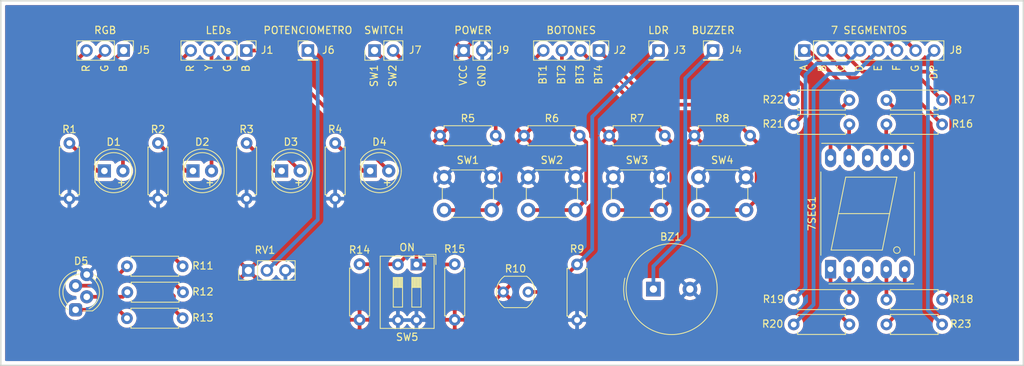
<source format=kicad_pcb>
(kicad_pcb (version 20211014) (generator pcbnew)
  (layers (0 "F.Cu" signal) (31 "B.Cu" signal) (34 "B.Paste" user) (35 "F.Paste" user) (36 "B.SilkS" user "B.Silkscreen") (37 "F.SilkS" user "F.Silkscreen") (38 "B.Mask" user) (39 "F.Mask" user) (44 "Edge.Cuts" user))
  (net 0 "")
  (net 1 "LED_R")
  (net 2 "Net-(D1-Pad1)")
  (net 3 "Net-(D2-Pad1)")
  (net 4 "LED_A")
  (net 5 "LED_V")
  (net 6 "Net-(D3-Pad1)")
  (net 7 "Net-(D4-Pad1)")
  (net 8 "LED_Y")
  (net 9 "GND")
  (net 10 "SW1")
  (net 11 "VCC")
  (net 12 "SW2")
  (net 13 "SW3")
  (net 14 "SW4")
  (net 15 "Net-(J3-Pad1)")
  (net 16 "Net-(J5-Pad1)")
  (net 17 "Net-(D5-Pad3)")
  (net 18 "Net-(J5-Pad2)")
  (net 19 "Net-(D5-Pad2)")
  (net 20 "Net-(D5-Pad1)")
  (net 21 "Net-(J5-Pad3)")
  (net 22 "SW_DIP_1")
  (net 23 "SW_DIP_2")
  (net 24 "Net-(BZ1-Pad1)")
  (net 25 "Net-(J6-Pad1)")
  (net 26 "Net-(J8-Pad1)")
  (net 27 "Net-(J8-Pad2)")
  (net 28 "Net-(J8-Pad3)")
  (net 29 "Net-(J8-Pad4)")
  (net 30 "Net-(J8-Pad5)")
  (net 31 "Net-(J8-Pad6)")
  (net 32 "Net-(J8-Pad7)")
  (net 33 "DP")
  (net 34 "Net-(7SEG1-Pad10)")
  (net 35 "Net-(7SEG1-Pad9)")
  (net 36 "Net-(7SEG1-Pad7)")
  (net 37 "Net-(7SEG1-Pad6)")
  (net 38 "Net-(7SEG1-Pad5)")
  (net 39 "Net-(7SEG1-Pad4)")
  (net 40 "Net-(7SEG1-Pad2)")
  (net 41 "Net-(7SEG1-Pad1)")
  (footprint "Display_7Segment:7SegmentLED_LTS6760_LTS6780" (layer "F.Cu") (at 185.2 116.425 90)
    (fp_text reference "7SEG1" (at 7.619999 -2.55 270) (layer "F.SilkS"))
    (fp_text value "LTS-6980HR")
    (pad "1" thru_hole rect (at 0 0) (size 1.524 2.524) (drill 0.8) (layers *.Cu *.Mask) (net 41 "Net-(7SEG1-Pad1)"))
    (pad "2" thru_hole oval (at 0 2.54) (size 1.524 2.524) (drill 0.8) (layers *.Cu *.Mask) (net 40 "Net-(7SEG1-Pad2)"))
    (pad "3" thru_hole oval (at 0 5.08) (size 1.524 2.524) (drill 0.8) (layers *.Cu *.Mask))
    (pad "4" thru_hole oval (at 0 7.62) (size 1.524 2.524) (drill 0.8) (layers *.Cu *.Mask) (net 39 "Net-(7SEG1-Pad4)"))
    (pad "5" thru_hole oval (at 0 10.16) (size 1.524 2.524) (drill 0.8) (layers *.Cu *.Mask) (net 38 "Net-(7SEG1-Pad5)"))
    (pad "6" thru_hole oval (at 15.24 10.16) (size 1.524 2.524) (drill 0.8) (layers *.Cu *.Mask) (net 37 "Net-(7SEG1-Pad6)"))
    (pad "7" thru_hole oval (at 15.24 7.62) (size 1.524 2.524) (drill 0.8) (layers *.Cu *.Mask) (net 36 "Net-(7SEG1-Pad7)"))
    (pad "8" thru_hole oval (at 15.24 5.08) (size 1.524 2.524) (drill 0.8) (layers *.Cu *.Mask))
    (pad "9" thru_hole oval (at 15.24 2.54) (size 1.524 2.524) (drill 0.8) (layers *.Cu *.Mask) (net 35 "Net-(7SEG1-Pad9)"))
    (pad "10" thru_hole oval (at 15.24 0) (size 1.524 2.524) (drill 0.8) (layers *.Cu *.Mask) (net 34 "Net-(7SEG1-Pad10)"))
  )
  (footprint "LED_THT:LED_D5.0mm" (layer "F.Cu") (at 85.789285 102.95)
    (fp_text reference "D1" (at 1.275 -3.96) (layer "F.SilkS"))
    (fp_text value "LED")
    (pad "1" thru_hole rect (at 0 0) (size 1.8 1.8) (drill 0.9) (layers *.Cu *.Mask) (net 2 "Net-(D1-Pad1)"))
    (pad "2" thru_hole circle (at 2.54 0) (size 1.8 1.8) (drill 0.9) (layers *.Cu *.Mask) (net 1 "LED_R"))
  )
  (footprint "LED_THT:LED_D5.0mm" (layer "F.Cu") (at 97.917855 102.95)
    (fp_text reference "D2" (at 1.27 -3.96) (layer "F.SilkS"))
    (fp_text value "LED")
    (pad "1" thru_hole rect (at 0 0) (size 1.8 1.8) (drill 0.9) (layers *.Cu *.Mask) (net 3 "Net-(D2-Pad1)"))
    (pad "2" thru_hole circle (at 2.54 0) (size 1.8 1.8) (drill 0.9) (layers *.Cu *.Mask) (net 4 "LED_A"))
  )
  (footprint "LED_THT:LED_D5.0mm" (layer "F.Cu") (at 110.046425 102.95)
    (fp_text reference "D3" (at 1.27 -3.96) (layer "F.SilkS"))
    (fp_text value "LED")
    (pad "1" thru_hole rect (at 0 0) (size 1.8 1.8) (drill 0.9) (layers *.Cu *.Mask) (net 6 "Net-(D3-Pad1)"))
    (pad "2" thru_hole circle (at 2.54 0) (size 1.8 1.8) (drill 0.9) (layers *.Cu *.Mask) (net 5 "LED_V"))
  )
  (footprint "LED_THT:LED_D5.0mm" (layer "F.Cu") (at 122.175 102.95)
    (fp_text reference "D4" (at 1.27 -3.96) (layer "F.SilkS"))
    (fp_text value "LED")
    (pad "1" thru_hole rect (at 0 0) (size 1.8 1.8) (drill 0.9) (layers *.Cu *.Mask) (net 7 "Net-(D4-Pad1)"))
    (pad "2" thru_hole circle (at 2.54 0) (size 1.8 1.8) (drill 0.9) (layers *.Cu *.Mask) (net 8 "LED_Y"))
  )
  (footprint "Resistor_THT:R_Axial_DIN0207_L6.3mm_D2.5mm_P7.62mm_Horizontal" (layer "F.Cu") (at 81 99.14 -90)
    (fp_text reference "R1" (at -1.89 0 180) (layer "F.SilkS"))
    (fp_text value "R")
    (pad "1" thru_hole circle (at 0 0 270) (size 1.6 1.6) (drill 0.8) (layers *.Cu *.Mask) (net 2 "Net-(D1-Pad1)"))
    (pad "2" thru_hole oval (at 7.62 0 270) (size 1.6 1.6) (drill 0.8) (layers *.Cu *.Mask) (net 9 "GND"))
  )
  (footprint "Resistor_THT:R_Axial_DIN0207_L6.3mm_D2.5mm_P7.62mm_Horizontal" (layer "F.Cu") (at 93.12857 99.14 -90)
    (fp_text reference "R2" (at -1.89 0 180) (layer "F.SilkS"))
    (fp_text value "R")
    (pad "1" thru_hole circle (at 0 0 270) (size 1.6 1.6) (drill 0.8) (layers *.Cu *.Mask) (net 3 "Net-(D2-Pad1)"))
    (pad "2" thru_hole oval (at 7.62 0 270) (size 1.6 1.6) (drill 0.8) (layers *.Cu *.Mask) (net 9 "GND"))
  )
  (footprint "Resistor_THT:R_Axial_DIN0207_L6.3mm_D2.5mm_P7.62mm_Horizontal" (layer "F.Cu") (at 105.25714 99.14 -90)
    (fp_text reference "R3" (at -1.89 0 180) (layer "F.SilkS"))
    (fp_text value "R")
    (pad "1" thru_hole circle (at 0 0 270) (size 1.6 1.6) (drill 0.8) (layers *.Cu *.Mask) (net 6 "Net-(D3-Pad1)"))
    (pad "2" thru_hole oval (at 7.62 0 270) (size 1.6 1.6) (drill 0.8) (layers *.Cu *.Mask) (net 9 "GND"))
  )
  (footprint "Resistor_THT:R_Axial_DIN0207_L6.3mm_D2.5mm_P7.62mm_Horizontal" (layer "F.Cu") (at 117.38571 99.14 -90)
    (fp_text reference "R4" (at -1.89 0 180) (layer "F.SilkS"))
    (fp_text value "R")
    (pad "1" thru_hole circle (at 0 0 270) (size 1.6 1.6) (drill 0.8) (layers *.Cu *.Mask) (net 7 "Net-(D4-Pad1)"))
    (pad "2" thru_hole oval (at 7.62 0 270) (size 1.6 1.6) (drill 0.8) (layers *.Cu *.Mask) (net 9 "GND"))
  )
  (footprint "Resistor_THT:R_Axial_DIN0207_L6.3mm_D2.5mm_P7.62mm_Horizontal" (layer "F.Cu") (at 131.74 98.125)
    (fp_text reference "R5" (at 3.81 -2.37) (layer "F.SilkS"))
    (fp_text value "R")
    (pad "1" thru_hole circle (at 0 0) (size 1.6 1.6) (drill 0.8) (layers *.Cu *.Mask) (net 11 "VCC"))
    (pad "2" thru_hole oval (at 7.62 0) (size 1.6 1.6) (drill 0.8) (layers *.Cu *.Mask) (net 10 "SW1"))
  )
  (footprint "Resistor_THT:R_Axial_DIN0207_L6.3mm_D2.5mm_P7.62mm_Horizontal" (layer "F.Cu") (at 143.24 98.125)
    (fp_text reference "R6" (at 3.81 -2.37) (layer "F.SilkS"))
    (fp_text value "R")
    (pad "1" thru_hole circle (at 0 0) (size 1.6 1.6) (drill 0.8) (layers *.Cu *.Mask) (net 11 "VCC"))
    (pad "2" thru_hole oval (at 7.62 0) (size 1.6 1.6) (drill 0.8) (layers *.Cu *.Mask) (net 12 "SW2"))
  )
  (footprint "Resistor_THT:R_Axial_DIN0207_L6.3mm_D2.5mm_P7.62mm_Horizontal" (layer "F.Cu") (at 154.89 98.125)
    (fp_text reference "R7" (at 3.81 -2.37) (layer "F.SilkS"))
    (fp_text value "R")
    (pad "1" thru_hole circle (at 0 0) (size 1.6 1.6) (drill 0.8) (layers *.Cu *.Mask) (net 11 "VCC"))
    (pad "2" thru_hole oval (at 7.62 0) (size 1.6 1.6) (drill 0.8) (layers *.Cu *.Mask) (net 13 "SW3"))
  )
  (footprint "Resistor_THT:R_Axial_DIN0207_L6.3mm_D2.5mm_P7.62mm_Horizontal" (layer "F.Cu") (at 166.565 98.125)
    (fp_text reference "R8" (at 3.81 -2.37) (layer "F.SilkS"))
    (fp_text value "R")
    (pad "1" thru_hole circle (at 0 0) (size 1.6 1.6) (drill 0.8) (layers *.Cu *.Mask) (net 11 "VCC"))
    (pad "2" thru_hole oval (at 7.62 0) (size 1.6 1.6) (drill 0.8) (layers *.Cu *.Mask) (net 14 "SW4"))
  )
  (footprint "Resistor_THT:R_Axial_DIN0207_L6.3mm_D2.5mm_P7.62mm_Horizontal" (layer "F.Cu") (at 150.5 115.7725 -90)
    (fp_text reference "R9" (at -2.1225 0 180) (layer "F.SilkS"))
    (fp_text value "R")
    (pad "1" thru_hole circle (at 0 0 270) (size 1.6 1.6) (drill 0.8) (layers *.Cu *.Mask) (net 15 "Net-(J3-Pad1)"))
    (pad "2" thru_hole oval (at 7.62 0 270) (size 1.6 1.6) (drill 0.8) (layers *.Cu *.Mask) (net 9 "GND"))
  )
  (footprint "Resistor_THT:R_Axial_DIN0207_L6.3mm_D2.5mm_P7.62mm_Horizontal" (layer "F.Cu") (at 96.5 116.025 180)
    (fp_text reference "R11" (at -2.775 0.0675) (layer "F.SilkS"))
    (fp_text value "330")
    (pad "1" thru_hole circle (at 0 0 180) (size 1.6 1.6) (drill 0.8) (layers *.Cu *.Mask) (net 16 "Net-(J5-Pad1)"))
    (pad "2" thru_hole oval (at 7.62 0 180) (size 1.6 1.6) (drill 0.8) (layers *.Cu *.Mask) (net 17 "Net-(D5-Pad3)"))
  )
  (footprint "Resistor_THT:R_Axial_DIN0207_L6.3mm_D2.5mm_P7.62mm_Horizontal" (layer "F.Cu") (at 96.55 119.5825 180)
    (fp_text reference "R12" (at -2.725 0.0675) (layer "F.SilkS"))
    (fp_text value "330")
    (pad "1" thru_hole circle (at 0 0 180) (size 1.6 1.6) (drill 0.8) (layers *.Cu *.Mask) (net 18 "Net-(J5-Pad2)"))
    (pad "2" thru_hole oval (at 7.62 0 180) (size 1.6 1.6) (drill 0.8) (layers *.Cu *.Mask) (net 19 "Net-(D5-Pad2)"))
  )
  (footprint "Resistor_THT:R_Axial_DIN0207_L6.3mm_D2.5mm_P7.62mm_Horizontal" (layer "F.Cu") (at 96.5 123.15 180)
    (fp_text reference "R13" (at -2.775 0.0675) (layer "F.SilkS"))
    (fp_text value "330")
    (pad "1" thru_hole circle (at 0 0 180) (size 1.6 1.6) (drill 0.8) (layers *.Cu *.Mask) (net 21 "Net-(J5-Pad3)"))
    (pad "2" thru_hole oval (at 7.62 0 180) (size 1.6 1.6) (drill 0.8) (layers *.Cu *.Mask) (net 20 "Net-(D5-Pad1)"))
  )
  (footprint "Resistor_THT:R_Axial_DIN0207_L6.3mm_D2.5mm_P7.62mm_Horizontal" (layer "F.Cu") (at 120.725 115.74 -90)
    (fp_text reference "R14" (at -1.965 0 180) (layer "F.SilkS"))
    (fp_text value "R")
    (pad "1" thru_hole circle (at 0 0 270) (size 1.6 1.6) (drill 0.8) (layers *.Cu *.Mask) (net 22 "SW_DIP_1"))
    (pad "2" thru_hole oval (at 7.62 0 270) (size 1.6 1.6) (drill 0.8) (layers *.Cu *.Mask) (net 11 "VCC"))
  )
  (footprint "Resistor_THT:R_Axial_DIN0207_L6.3mm_D2.5mm_P7.62mm_Horizontal" (layer "F.Cu") (at 133.75 115.74 -90)
    (fp_text reference "R15" (at -2.09 0 180) (layer "F.SilkS"))
    (fp_text value "R")
    (pad "1" thru_hole circle (at 0 0 270) (size 1.6 1.6) (drill 0.8) (layers *.Cu *.Mask) (net 23 "SW_DIP_2"))
    (pad "2" thru_hole oval (at 7.62 0 270) (size 1.6 1.6) (drill 0.8) (layers *.Cu *.Mask) (net 11 "VCC"))
  )
  (footprint "Button_Switch_THT:SW_DIP_SPSTx02_Slide_9.78x7.26mm_W7.62mm_P2.54mm" (layer "F.Cu") (at 128.5125 115.7825 -90)
    (fp_text reference "SW5" (at 9.95 1.275 180) (layer "F.SilkS"))
    (fp_text value "SW_DIP")
    (pad "1" thru_hole rect (at 0 0 270) (size 1.6 1.6) (drill 0.8) (layers *.Cu *.Mask) (net 23 "SW_DIP_2"))
    (pad "2" thru_hole oval (at 0 2.54 270) (size 1.6 1.6) (drill 0.8) (layers *.Cu *.Mask) (net 22 "SW_DIP_1"))
    (pad "3" thru_hole oval (at 7.62 2.54 270) (size 1.6 1.6) (drill 0.8) (layers *.Cu *.Mask) (net 9 "GND"))
    (pad "4" thru_hole oval (at 7.62 0 270) (size 1.6 1.6) (drill 0.8) (layers *.Cu *.Mask) (net 9 "GND"))
  )
  (footprint "OptoDevice:R_LDR_5.1x4.3mm_P3.4mm_Vertical" (layer "F.Cu") (at 140.4 119.55)
    (fp_text reference "R10" (at 1.675 -3.1825) (layer "F.SilkS"))
    (fp_text value "LDR03")
    (pad "1" thru_hole circle (at 0 0) (size 1.5 1.5) (drill 0.8) (layers *.Cu *.Mask) (net 11 "VCC"))
    (pad "2" thru_hole circle (at 3.4 0) (size 1.5 1.5) (drill 0.8) (layers *.Cu *.Mask) (net 15 "Net-(J3-Pad1)"))
  )
  (footprint "Connector_PinHeader_2.54mm:PinHeader_1x04_P2.54mm_Vertical" (layer "F.Cu") (at 105.225 86.45 -90)
    (fp_text reference "J1" (at -0.0675 -2.85 180) (layer "F.SilkS"))
    (fp_text value "LEDs")
    (pad "1" thru_hole rect (at 0 0 270) (size 1.7 1.7) (drill 1) (layers *.Cu *.Mask) (net 8 "LED_Y"))
    (pad "2" thru_hole oval (at 0 2.54 270) (size 1.7 1.7) (drill 1) (layers *.Cu *.Mask) (net 5 "LED_V"))
    (pad "3" thru_hole oval (at 0 5.08 270) (size 1.7 1.7) (drill 1) (layers *.Cu *.Mask) (net 4 "LED_A"))
    (pad "4" thru_hole oval (at 0 7.62 270) (size 1.7 1.7) (drill 1) (layers *.Cu *.Mask) (net 1 "LED_R"))
  )
  (footprint "Button_Switch_THT:SW_PUSH_6mm" (layer "F.Cu") (at 132.3 103.825)
    (fp_text reference "SW1" (at 3.25 -2.35) (layer "F.SilkS"))
    (fp_text value "SW_Push")
    (pad "1" thru_hole circle (at 6.5 0 90) (size 2 2) (drill 1.1) (layers *.Cu *.Mask) (net 9 "GND"))
    (pad "1" thru_hole circle (at 0 0 90) (size 2 2) (drill 1.1) (layers *.Cu *.Mask) (net 9 "GND"))
    (pad "2" thru_hole circle (at 6.5 4.5 90) (size 2 2) (drill 1.1) (layers *.Cu *.Mask) (net 10 "SW1"))
    (pad "2" thru_hole circle (at 0 4.5 90) (size 2 2) (drill 1.1) (layers *.Cu *.Mask) (net 10 "SW1"))
  )
  (footprint "Button_Switch_THT:SW_PUSH_6mm" (layer "F.Cu") (at 143.8 103.825)
    (fp_text reference "SW2" (at 3.25 -2.35) (layer "F.SilkS"))
    (fp_text value "SW_Push")
    (pad "1" thru_hole circle (at 0 0 90) (size 2 2) (drill 1.1) (layers *.Cu *.Mask) (net 9 "GND"))
    (pad "1" thru_hole circle (at 6.5 0 90) (size 2 2) (drill 1.1) (layers *.Cu *.Mask) (net 9 "GND"))
    (pad "2" thru_hole circle (at 0 4.5 90) (size 2 2) (drill 1.1) (layers *.Cu *.Mask) (net 12 "SW2"))
    (pad "2" thru_hole circle (at 6.5 4.5 90) (size 2 2) (drill 1.1) (layers *.Cu *.Mask) (net 12 "SW2"))
  )
  (footprint "Button_Switch_THT:SW_PUSH_6mm" (layer "F.Cu") (at 155.45 103.825)
    (fp_text reference "SW3" (at 3.25 -2.35) (layer "F.SilkS"))
    (fp_text value "SW_Push")
    (pad "1" thru_hole circle (at 0 0 90) (size 2 2) (drill 1.1) (layers *.Cu *.Mask) (net 9 "GND"))
    (pad "1" thru_hole circle (at 6.5 0 90) (size 2 2) (drill 1.1) (layers *.Cu *.Mask) (net 9 "GND"))
    (pad "2" thru_hole circle (at 0 4.5 90) (size 2 2) (drill 1.1) (layers *.Cu *.Mask) (net 13 "SW3"))
    (pad "2" thru_hole circle (at 6.5 4.5 90) (size 2 2) (drill 1.1) (layers *.Cu *.Mask) (net 13 "SW3"))
  )
  (footprint "Button_Switch_THT:SW_PUSH_6mm" (layer "F.Cu") (at 167.125 103.825)
    (fp_text reference "SW4" (at 3.25 -2.35) (layer "F.SilkS"))
    (fp_text value "SW_Push")
    (pad "1" thru_hole circle (at 0 0 90) (size 2 2) (drill 1.1) (layers *.Cu *.Mask) (net 9 "GND"))
    (pad "1" thru_hole circle (at 6.5 0 90) (size 2 2) (drill 1.1) (layers *.Cu *.Mask) (net 9 "GND"))
    (pad "2" thru_hole circle (at 6.5 4.5 90) (size 2 2) (drill 1.1) (layers *.Cu *.Mask) (net 14 "SW4"))
    (pad "2" thru_hole circle (at 0 4.5 90) (size 2 2) (drill 1.1) (layers *.Cu *.Mask) (net 14 "SW4"))
  )
  (footprint "Connector_PinHeader_2.54mm:PinHeader_1x04_P2.54mm_Vertical" (layer "F.Cu") (at 153.5 86.45 -90)
    (fp_text reference "J2" (at -0.0675 -2.85 180) (layer "F.SilkS"))
    (fp_text value "SWs")
    (pad "1" thru_hole rect (at 0 0 270) (size 1.7 1.7) (drill 1) (layers *.Cu *.Mask) (net 14 "SW4"))
    (pad "2" thru_hole oval (at 0 2.54 270) (size 1.7 1.7) (drill 1) (layers *.Cu *.Mask) (net 13 "SW3"))
    (pad "3" thru_hole oval (at 0 5.08 270) (size 1.7 1.7) (drill 1) (layers *.Cu *.Mask) (net 12 "SW2"))
    (pad "4" thru_hole oval (at 0 7.62 270) (size 1.7 1.7) (drill 1) (layers *.Cu *.Mask) (net 10 "SW1"))
  )
  (footprint "Connector_PinHeader_2.54mm:PinHeader_1x01_P2.54mm_Vertical" (layer "F.Cu") (at 161.65 86.45)
    (fp_text reference "J3" (at 2.9 -0.075) (layer "F.SilkS"))
    (fp_text value "LDR")
    (pad "1" thru_hole rect (at 0 0) (size 1.7 1.7) (drill 1) (layers *.Cu *.Mask) (net 15 "Net-(J3-Pad1)"))
  )
  (footprint "Connector_PinHeader_2.54mm:PinHeader_1x01_P2.54mm_Vertical" (layer "F.Cu") (at 169.125 86.45)
    (fp_text reference "J4" (at 3.1 -0.0675) (layer "F.SilkS"))
    (fp_text value "BUZZER")
    (pad "1" thru_hole rect (at 0 0) (size 1.7 1.7) (drill 1) (layers *.Cu *.Mask) (net 24 "Net-(BZ1-Pad1)"))
  )
  (footprint "Connector_PinHeader_2.54mm:PinHeader_1x03_P2.54mm_Vertical" (layer "F.Cu") (at 88.425 86.45 -90)
    (fp_text reference "J5" (at -0.0675 -2.725 180) (layer "F.SilkS"))
    (fp_text value "LED_RGB")
    (pad "1" thru_hole rect (at 0 0 270) (size 1.7 1.7) (drill 1) (layers *.Cu *.Mask) (net 16 "Net-(J5-Pad1)"))
    (pad "2" thru_hole oval (at 0 2.54 270) (size 1.7 1.7) (drill 1) (layers *.Cu *.Mask) (net 18 "Net-(J5-Pad2)"))
    (pad "3" thru_hole oval (at 0 5.08 270) (size 1.7 1.7) (drill 1) (layers *.Cu *.Mask) (net 21 "Net-(J5-Pad3)"))
  )
  (footprint "Connector_PinHeader_2.54mm:PinHeader_1x01_P2.54mm_Vertical" (layer "F.Cu") (at 113.65 86.45)
    (fp_text reference "J6" (at 2.8 -0.0675) (layer "F.SilkS"))
    (fp_text value "R_POT")
    (pad "1" thru_hole rect (at 0 0) (size 1.7 1.7) (drill 1) (layers *.Cu *.Mask) (net 25 "Net-(J6-Pad1)"))
  )
  (footprint "Connector_PinHeader_2.54mm:PinHeader_1x03_P2.54mm_Vertical" (layer "F.Cu") (at 105.4975 116.6 90)
    (fp_text reference "RV1" (at 2.8 2.275 180) (layer "F.SilkS"))
    (fp_text value "R_POT")
    (pad "1" thru_hole rect (at 0 0 90) (size 1.7 1.7) (drill 1) (layers *.Cu *.Mask) (net 11 "VCC"))
    (pad "2" thru_hole oval (at 0 2.54 90) (size 1.7 1.7) (drill 1) (layers *.Cu *.Mask) (net 25 "Net-(J6-Pad1)"))
    (pad "3" thru_hole oval (at 0 5.08 90) (size 1.7 1.7) (drill 1) (layers *.Cu *.Mask) (net 9 "GND"))
  )
  (footprint "Resistor_THT:R_Axial_DIN0207_L6.3mm_D2.5mm_P7.62mm_Horizontal" (layer "F.Cu") (at 192.85 96.575)
    (fp_text reference "R16" (at 10.4 -0.0675) (layer "F.SilkS"))
    (fp_text value "330")
    (pad "1" thru_hole circle (at 0 0) (size 1.6 1.6) (drill 0.8) (layers *.Cu *.Mask) (net 36 "Net-(7SEG1-Pad7)"))
    (pad "2" thru_hole oval (at 7.62 0) (size 1.6 1.6) (drill 0.8) (layers *.Cu *.Mask) (net 26 "Net-(J8-Pad1)"))
  )
  (footprint "Resistor_THT:R_Axial_DIN0207_L6.3mm_D2.5mm_P7.62mm_Horizontal" (layer "F.Cu") (at 192.85 93.25)
    (fp_text reference "R17" (at 10.675 -0.0675) (layer "F.SilkS"))
    (fp_text value "330")
    (pad "1" thru_hole circle (at 0 0) (size 1.6 1.6) (drill 0.8) (layers *.Cu *.Mask) (net 37 "Net-(7SEG1-Pad6)"))
    (pad "2" thru_hole oval (at 7.62 0) (size 1.6 1.6) (drill 0.8) (layers *.Cu *.Mask) (net 27 "Net-(J8-Pad2)"))
  )
  (footprint "Resistor_THT:R_Axial_DIN0207_L6.3mm_D2.5mm_P7.62mm_Horizontal" (layer "F.Cu") (at 192.85 120.6)
    (fp_text reference "R18" (at 10.45 -0.0675) (layer "F.SilkS"))
    (fp_text value "330")
    (pad "1" thru_hole circle (at 0 0) (size 1.6 1.6) (drill 0.8) (layers *.Cu *.Mask) (net 39 "Net-(7SEG1-Pad4)"))
    (pad "2" thru_hole oval (at 7.62 0) (size 1.6 1.6) (drill 0.8) (layers *.Cu *.Mask) (net 28 "Net-(J8-Pad3)"))
  )
  (footprint "Resistor_THT:R_Axial_DIN0207_L6.3mm_D2.5mm_P7.62mm_Horizontal" (layer "F.Cu") (at 187.775 120.6 180)
    (fp_text reference "R19" (at 10.4 0.0675) (layer "F.SilkS"))
    (fp_text value "330")
    (pad "1" thru_hole circle (at 0 0 180) (size 1.6 1.6) (drill 0.8) (layers *.Cu *.Mask) (net 40 "Net-(7SEG1-Pad2)"))
    (pad "2" thru_hole oval (at 7.62 0 180) (size 1.6 1.6) (drill 0.8) (layers *.Cu *.Mask) (net 29 "Net-(J8-Pad4)"))
  )
  (footprint "Resistor_THT:R_Axial_DIN0207_L6.3mm_D2.5mm_P7.62mm_Horizontal" (layer "F.Cu") (at 187.775 124 180)
    (fp_text reference "R20" (at 10.5 0.0675) (layer "F.SilkS"))
    (fp_text value "330")
    (pad "1" thru_hole circle (at 0 0 180) (size 1.6 1.6) (drill 0.8) (layers *.Cu *.Mask) (net 41 "Net-(7SEG1-Pad1)"))
    (pad "2" thru_hole oval (at 7.62 0 180) (size 1.6 1.6) (drill 0.8) (layers *.Cu *.Mask) (net 30 "Net-(J8-Pad5)"))
  )
  (footprint "Resistor_THT:R_Axial_DIN0207_L6.3mm_D2.5mm_P7.62mm_Horizontal" (layer "F.Cu") (at 187.775 96.575 180)
    (fp_text reference "R21" (at 10.425 0.0675) (layer "F.SilkS"))
    (fp_text value "330")
    (pad "1" thru_hole circle (at 0 0 180) (size 1.6 1.6) (drill 0.8) (layers *.Cu *.Mask) (net 35 "Net-(7SEG1-Pad9)"))
    (pad "2" thru_hole oval (at 7.62 0 180) (size 1.6 1.6) (drill 0.8) (layers *.Cu *.Mask) (net 31 "Net-(J8-Pad6)"))
  )
  (footprint "Resistor_THT:R_Axial_DIN0207_L6.3mm_D2.5mm_P7.62mm_Horizontal" (layer "F.Cu") (at 187.775 93.25 180)
    (fp_text reference "R22" (at 10.425 0.0675) (layer "F.SilkS"))
    (fp_text value "330")
    (pad "1" thru_hole circle (at 0 0 180) (size 1.6 1.6) (drill 0.8) (layers *.Cu *.Mask) (net 34 "Net-(7SEG1-Pad10)"))
    (pad "2" thru_hole oval (at 7.62 0 180) (size 1.6 1.6) (drill 0.8) (layers *.Cu *.Mask) (net 32 "Net-(J8-Pad7)"))
  )
  (footprint "Resistor_THT:R_Axial_DIN0207_L6.3mm_D2.5mm_P7.62mm_Horizontal" (layer "F.Cu") (at 192.85 124)
    (fp_text reference "R23" (at 10.175 -0.0675) (layer "F.SilkS"))
    (fp_text value "330")
    (pad "1" thru_hole circle (at 0 0) (size 1.6 1.6) (drill 0.8) (layers *.Cu *.Mask) (net 38 "Net-(7SEG1-Pad5)"))
    (pad "2" thru_hole oval (at 7.62 0) (size 1.6 1.6) (drill 0.8) (layers *.Cu *.Mask) (net 33 "DP"))
  )
  (footprint "Connector_PinHeader_2.54mm:PinHeader_1x02_P2.54mm_Vertical" (layer "F.Cu") (at 134.975 86.45 90)
    (fp_text reference "J9" (at 0.0675 5.375 180) (layer "F.SilkS"))
    (fp_text value "POWER")
    (pad "1" thru_hole rect (at 0 0 90) (size 1.7 1.7) (drill 1) (layers *.Cu *.Mask) (net 11 "VCC"))
    (pad "2" thru_hole oval (at 0 2.54 90) (size 1.7 1.7) (drill 1) (layers *.Cu *.Mask) (net 9 "GND"))
  )
  (footprint "LED_THT:LED_D5.0mm-4_RGB_Staggered_Pins" (layer "F.Cu") (at 81.85 121.9925 90)
    (fp_text reference "D5" (at 6.675 0.76 180) (layer "F.SilkS"))
    (fp_text value "LED_RGBC")
    (pad "1" thru_hole roundrect (at 0 0 90) (size 1.8 1.8) (drill 0.9) (layers *.Cu *.Mask) (net 20 "Net-(D5-Pad1)"))
    (pad "2" thru_hole circle (at 1.778 1.524 90) (size 1.8 1.8) (drill 0.9) (layers *.Cu *.Mask) (net 19 "Net-(D5-Pad2)"))
    (pad "3" thru_hole circle (at 3.302 0 90) (size 1.8 1.8) (drill 0.9) (layers *.Cu *.Mask) (net 17 "Net-(D5-Pad3)"))
    (pad "4" thru_hole circle (at 4.826 1.524 90) (size 1.8 1.8) (drill 0.9) (layers *.Cu *.Mask) (net 9 "GND"))
  )
  (footprint "Buzzer_Beeper:Buzzer_TDK_PS1240P02BT_D12.2mm_H6.5mm" (layer "F.Cu") (at 160.95 119.1575)
    (fp_text reference "BZ1" (at 2.370784 -7.17) (layer "F.SilkS"))
    (fp_text value "BUZZER")
    (pad "1" thru_hole rect (at 0 0) (size 2 2) (drill 1) (layers *.Cu *.Mask) (net 24 "Net-(BZ1-Pad1)"))
    (pad "2" thru_hole circle (at 5 0) (size 2 2) (drill 1) (layers *.Cu *.Mask) (net 9 "GND"))
  )
  (footprint "Connector_PinHeader_2.54mm:PinHeader_1x08_P2.54mm_Vertical" (layer "F.Cu") (at 181.6 86.45 90)
    (fp_text reference "J8" (at 0.0675 20.75 180) (layer "F.SilkS"))
    (fp_text value "7 SEG")
    (pad "1" thru_hole rect (at 0 0 90) (size 1.7 1.7) (drill 1) (layers *.Cu *.Mask) (net 26 "Net-(J8-Pad1)"))
    (pad "2" thru_hole oval (at 0 2.54 90) (size 1.7 1.7) (drill 1) (layers *.Cu *.Mask) (net 27 "Net-(J8-Pad2)"))
    (pad "3" thru_hole oval (at 0 5.08 90) (size 1.7 1.7) (drill 1) (layers *.Cu *.Mask) (net 28 "Net-(J8-Pad3)"))
    (pad "4" thru_hole oval (at 0 7.62 90) (size 1.7 1.7) (drill 1) (layers *.Cu *.Mask) (net 29 "Net-(J8-Pad4)"))
    (pad "5" thru_hole oval (at 0 10.16 90) (size 1.7 1.7) (drill 1) (layers *.Cu *.Mask) (net 30 "Net-(J8-Pad5)"))
    (pad "6" thru_hole oval (at 0 12.7 90) (size 1.7 1.7) (drill 1) (layers *.Cu *.Mask) (net 31 "Net-(J8-Pad6)"))
    (pad "7" thru_hole oval (at 0 15.24 90) (size 1.7 1.7) (drill 1) (layers *.Cu *.Mask) (net 32 "Net-(J8-Pad7)"))
    (pad "8" thru_hole oval (at 0 17.78 90) (size 1.7 1.7) (drill 1) (layers *.Cu *.Mask) (net 33 "DP"))
  )
  (footprint "Connector_PinHeader_2.54mm:PinHeader_1x02_P2.54mm_Vertical" (layer "F.Cu") (at 122.775 86.45 90)
    (fp_text reference "J7" (at 0.0675 5.575 180) (layer "F.SilkS"))
    (fp_text value "SW_DIP")
    (pad "1" thru_hole rect (at 0 0 90) (size 1.7 1.7) (drill 1) (layers *.Cu *.Mask) (net 22 "SW_DIP_1"))
    (pad "2" thru_hole oval (at 0 2.54 90) (size 1.7 1.7) (drill 1) (layers *.Cu *.Mask) (net 23 "SW_DIP_2"))
  )
  (gr_line (start 71.6 79.625) (end 71.6 129.625) (layer "Edge.Cuts") (width 0.2))
  (gr_line (start 211.6 129.625) (end 211.6 79.625) (layer "Edge.Cuts") (width 0.2))
  (gr_line (start 211.6 79.625) (end 71.6 79.625) (layer "Edge.Cuts") (width 0.2))
  (gr_line (start 71.6 129.625) (end 211.6 129.625) (layer "Edge.Cuts") (width 0.2))
  (gr_text "RGB" (at 85.9 83.675) (layer "F.SilkS") (effects (font (size 1 1))))
  (gr_text "LDR" (at 161.65 83.675) (layer "F.SilkS") (effects (font (size 1 1))))
  (gr_text "BUZZER" (at 169.125 83.675) (layer "F.SilkS") (effects (font (size 1 1))))
  (gr_text "7 SEGMENTOS" (at 190.475 83.675) (layer "F.SilkS") (effects (font (size 1 1))))
  (gr_text "POWER" (at 136.25 83.675) (layer "F.SilkS") (effects (font (size 1 1))))
  (gr_text "R" (at 83.2775 88.9 90) (layer "F.SilkS") (effects (font (size 1 1))))
  (gr_text "G" (at 85.8175 88.9 90) (layer "F.SilkS") (effects (font (size 1 1))))
  (gr_text "B" (at 88.3575 88.9 90) (layer "F.SilkS") (effects (font (size 1 1))))
  (gr_text "R" (at 97.5375 88.9 90) (layer "F.SilkS") (effects (font (size 1 1))))
  (gr_text "Y" (at 100.0775 88.828572 90) (layer "F.SilkS") (effects (font (size 1 1))))
  (gr_text "G" (at 102.6175 88.9 90) (layer "F.SilkS") (effects (font (size 1 1))))
  (gr_text "B" (at 105.1575 88.9 90) (layer "F.SilkS") (effects (font (size 1 1))))
  (gr_text "SW1" (at 122.7075 89.92381 90) (layer "F.SilkS") (effects (font (size 1 1))))
  (gr_text "SW2" (at 125.2475 89.92381 90) (layer "F.SilkS") (effects (font (size 1 1))))
  (gr_text "VCC" (at 134.9075 89.828572 90) (layer "F.SilkS") (effects (font (size 1 1))))
  (gr_text "GND" (at 137.4475 89.92381 90) (layer "F.SilkS") (effects (font (size 1 1))))
  (gr_text "BT1" (at 145.8125 89.757143 90) (layer "F.SilkS") (effects (font (size 1 1))))
  (gr_text "BT2" (at 148.3525 89.757143 90) (layer "F.SilkS") (effects (font (size 1 1))))
  (gr_text "BT3" (at 150.8925 89.757143 90) (layer "F.SilkS") (effects (font (size 1 1))))
  (gr_text "BT4" (at 153.4325 89.757143 90) (layer "F.SilkS") (effects (font (size 1 1))))
  (gr_text "A" (at 181.5325 88.828572 90) (layer "F.SilkS") (effects (font (size 1 1))))
  (gr_text "B" (at 184.0725 88.9 90) (layer "F.SilkS") (effects (font (size 1 1))))
  (gr_text "C" (at 186.6125 88.9 90) (layer "F.SilkS") (effects (font (size 1 1))))
  (gr_text "D" (at 189.1525 88.9 90) (layer "F.SilkS") (effects (font (size 1 1))))
  (gr_text "E" (at 191.6925 88.852381 90) (layer "F.SilkS") (effects (font (size 1 1))))
  (gr_text "F" (at 194.2325 88.828572 90) (layer "F.SilkS") (effects (font (size 1 1))))
  (gr_text "G" (at 196.7725 88.9 90) (layer "F.SilkS") (effects (font (size 1 1))))
  (gr_text "DP" (at 199.3125 89.4 90) (layer "F.SilkS") (effects (font (size 1 1))))
  (gr_text "ON" (at 127.2375 113.45) (layer "F.SilkS") (effects (font (size 1 1))))
  (gr_text "+" (at 112.375 104.5) (layer "F.SilkS") (effects (font (size 1 1))))
  (gr_text "+" (at 124.5 104.5) (layer "F.SilkS") (effects (font (size 1 1))))
  (gr_text "+" (at 100.225 104.5) (layer "F.SilkS") (effects (font (size 1 1))))
  (gr_text "+" (at 88.125 104.5) (layer "F.SilkS") (effects (font (size 1 1))))
  (gr_text "SWITCH" (at 124.05 83.675) (layer "F.SilkS") (effects (font (size 1 1))))
  (gr_text "LEDs" (at 101.425 83.675) (layer "F.SilkS") (effects (font (size 1 1))))
  (gr_text "POTENCIOMETRO" (at 113.65 83.675) (layer "F.SilkS") (effects (font (size 1 1))))
  (gr_text "BOTONES" (at 149.7 83.675) (layer "F.SilkS") (effects (font (size 1 1))))
  (segment (start 88.329285 95.725715) (end 97.605 86.45) (width 0.508) (layer "F.Cu") (net 1))
  (segment (start 88.329285 102.95) (end 88.329285 95.725715) (width 0.508) (layer "F.Cu") (net 1))
  (segment (start 81 99.14) (end 84.81 102.95) (width 0.508) (layer "F.Cu") (net 2))
  (segment (start 84.81 102.95) (end 85.789285 102.95) (width 0.508) (layer "F.Cu") (net 2))
  (segment (start 96.93857 102.95) (end 97.917855 102.95) (width 0.508) (layer "F.Cu") (net 3))
  (segment (start 93.12857 99.14) (end 96.93857 102.95) (width 0.508) (layer "F.Cu") (net 3))
  (segment (start 100.457855 86.762855) (end 100.145 86.45) (width 0.508) (layer "F.Cu") (net 4))
  (segment (start 100.457855 102.95) (end 100.457855 86.762855) (width 0.508) (layer "F.Cu") (net 4))
  (segment (start 102.685 86.45) (end 102.685 93.048575) (width 0.508) (layer "F.Cu") (net 5))
  (segment (start 102.685 93.048575) (end 112.586425 102.95) (width 0.508) (layer "F.Cu") (net 5))
  (segment (start 109.06714 102.95) (end 110.046425 102.95) (width 0.508) (layer "F.Cu") (net 6))
  (segment (start 105.25714 99.14) (end 109.06714 102.95) (width 0.508) (layer "F.Cu") (net 6))
  (segment (start 117.38571 99.14) (end 121.19571 102.95) (width 0.508) (layer "F.Cu") (net 7))
  (segment (start 121.19571 102.95) (end 122.175 102.95) (width 0.508) (layer "F.Cu") (net 7))
  (segment (start 108.215 86.45) (end 124.715 102.95) (width 0.508) (layer "F.Cu") (net 8))
  (segment (start 105.225 86.45) (end 108.215 86.45) (width 0.508) (layer "F.Cu") (net 8))
  (segment (start 139.36 92.97) (end 145.88 86.45) (width 0.508) (layer "F.Cu") (net 10))
  (segment (start 140.254001 99.019001) (end 140.254001 106.870999) (width 0.508) (layer "F.Cu") (net 10))
  (segment (start 139.36 98.125) (end 139.36 92.97) (width 0.508) (layer "F.Cu") (net 10))
  (segment (start 140.254001 106.870999) (end 138.8 108.325) (width 0.508) (layer "F.Cu") (net 10))
  (segment (start 139.36 98.125) (end 140.254001 99.019001) (width 0.508) (layer "F.Cu") (net 10))
  (segment (start 132.3 108.325) (end 138.8 108.325) (width 0.508) (layer "F.Cu") (net 10))
  (segment (start 148.42 95.685) (end 150.86 98.125) (width 0.508) (layer "F.Cu") (net 12))
  (segment (start 151.754001 106.870999) (end 150.3 108.325) (width 0.508) (layer "F.Cu") (net 12))
  (segment (start 143.8 108.325) (end 150.3 108.325) (width 0.508) (layer "F.Cu") (net 12))
  (segment (start 148.42 86.45) (end 148.42 95.685) (width 0.508) (layer "F.Cu") (net 12))
  (segment (start 151.754001 99.019001) (end 151.754001 106.870999) (width 0.508) (layer "F.Cu") (net 12))
  (segment (start 150.86 98.125) (end 151.754001 99.019001) (width 0.508) (layer "F.Cu") (net 12))
  (segment (start 163.404001 106.870999) (end 161.95 108.325) (width 0.508) (layer "F.Cu") (net 13))
  (segment (start 150.96 86.45) (end 162.51 98) (width 0.508) (layer "F.Cu") (net 13))
  (segment (start 162.51 98.125) (end 163.404001 99.019001) (width 0.508) (layer "F.Cu") (net 13))
  (segment (start 163.404001 99.019001) (end 163.404001 106.870999) (width 0.508) (layer "F.Cu") (net 13))
  (segment (start 155.45 108.325) (end 161.95 108.325) (width 0.508) (layer "F.Cu") (net 13))
  (segment (start 162.51 98) (end 162.51 98.125) (width 0.508) (layer "F.Cu") (net 13))
  (segment (start 174.185 98.125) (end 175.079001 99.019001) (width 0.508) (layer "F.Cu") (net 14))
  (segment (start 175.079001 99.019001) (end 175.079001 106.870999) (width 0.508) (layer "F.Cu") (net 14))
  (segment (start 175.079001 106.870999) (end 173.625 108.325) (width 0.508) (layer "F.Cu") (net 14))
  (segment (start 169.935 93.875) (end 160.925 93.875) (width 0.508) (layer "F.Cu") (net 14))
  (segment (start 160.925 93.875) (end 153.5 86.45) (width 0.508) (layer "F.Cu") (net 14))
  (segment (start 167.125 108.325) (end 173.625 108.325) (width 0.508) (layer "F.Cu") (net 14))
  (segment (start 174.185 98.125) (end 169.935 93.875) (width 0.508) (layer "F.Cu") (net 14))
  (segment (start 146.7225 119.55) (end 150.5 115.7725) (width 0.508) (layer "F.Cu") (net 15))
  (segment (start 143.8 119.55) (end 146.7225 119.55) (width 0.508) (layer "F.Cu") (net 15))
  (segment (start 152.575 95.525) (end 161.65 86.45) (width 0.508) (layer "B.Cu") (net 15))
  (segment (start 150.5 115.7725) (end 152.575 113.6975) (width 0.508) (layer "B.Cu") (net 15))
  (segment (start 152.575 113.6975) (end 152.575 95.525) (width 0.508) (layer "B.Cu") (net 15))
  (segment (start 90.55 110.075) (end 80.725 110.075) (width 0.508) (layer "F.Cu") (net 16))
  (segment (start 78.4 107.75) (end 78.4 96.475) (width 0.508) (layer "F.Cu") (net 16))
  (segment (start 78.4 96.475) (end 88.425 86.45) (width 0.508) (layer "F.Cu") (net 16))
  (segment (start 96.5 116.025) (end 90.55 110.075) (width 0.508) (layer "F.Cu") (net 16))
  (segment (start 80.725 110.075) (end 78.4 107.75) (width 0.508) (layer "F.Cu") (net 16))
  (segment (start 81.85 118.6905) (end 86.2145 118.6905) (width 0.508) (layer "F.Cu") (net 17))
  (segment (start 86.2145 118.6905) (end 88.88 116.025) (width 0.508) (layer "F.Cu") (net 17))
  (segment (start 77.225 108.15) (end 77.225 95.11) (width 0.508) (layer "F.Cu") (net 18))
  (segment (start 79.9 110.825) (end 77.225 108.15) (width 0.508) (layer "F.Cu") (net 18))
  (segment (start 87.7925 110.825) (end 79.9 110.825) (width 0.508) (layer "F.Cu") (net 18))
  (segment (start 96.55 119.5825) (end 87.7925 110.825) (width 0.508) (layer "F.Cu") (net 18))
  (segment (start 77.225 95.11) (end 85.885 86.45) (width 0.508) (layer "F.Cu") (net 18))
  (segment (start 83.374 120.2145) (end 88.298 120.2145) (width 0.508) (layer "F.Cu") (net 19))
  (segment (start 88.298 120.2145) (end 88.93 119.5825) (width 0.508) (layer "F.Cu") (net 19))
  (segment (start 87.7225 121.9925) (end 88.88 123.15) (width 0.508) (layer "F.Cu") (net 20))
  (segment (start 81.85 121.9925) (end 87.7225 121.9925) (width 0.508) (layer "F.Cu") (net 20))
  (segment (start 79.275 111.9) (end 76.51699 109.14199) (width 0.508) (layer "F.Cu") (net 21))
  (segment (start 95.295999 121.945999) (end 95.295999 120.120999) (width 0.508) (layer "F.Cu") (net 21))
  (segment (start 95.295999 120.120999) (end 87.075 111.9) (width 0.508) (layer "F.Cu") (net 21))
  (segment (start 87.075 111.9) (end 79.275 111.9) (width 0.508) (layer "F.Cu") (net 21))
  (segment (start 76.51699 93.27801) (end 83.345 86.45) (width 0.508) (layer "F.Cu") (net 21))
  (segment (start 76.51699 109.14199) (end 76.51699 93.27801) (width 0.508) (layer "F.Cu") (net 21))
  (segment (start 96.5 123.15) (end 95.295999 121.945999) (width 0.508) (layer "F.Cu") (net 21))
  (segment (start 127.425 114.33) (end 125.9725 115.7825) (width 0.508) (layer "F.Cu") (net 22))
  (segment (start 125.93 115.74) (end 125.9725 115.7825) (width 0.508) (layer "F.Cu") (net 22))
  (segment (start 122.775 86.45) (end 127.425 91.1) (width 0.508) (layer "F.Cu") (net 22))
  (segment (start 120.725 115.74) (end 125.93 115.74) (width 0.508) (layer "F.Cu") (net 22))
  (segment (start 127.425 91.1) (end 127.425 114.33) (width 0.508) (layer "F.Cu") (net 22))
  (segment (start 128.5125 115.7825) (end 133.7075 115.7825) (width 0.508) (layer "F.Cu") (net 23))
  (segment (start 133.7075 115.7825) (end 133.75 115.74) (width 0.508) (layer "F.Cu") (net 23))
  (segment (start 128.5125 115.7825) (end 128.5125 89.6475) (width 0.508) (layer "F.Cu") (net 23))
  (segment (start 128.5125 89.6475) (end 125.315 86.45) (width 0.508) (layer "F.Cu") (net 23))
  (segment (start 160.95 119.1575) (end 160.95 116.025) (width 0.508) (layer "B.Cu") (net 24))
  (segment (start 165.310999 90.264001) (end 169.125 86.45) (width 0.508) (layer "B.Cu") (net 24))
  (segment (start 165.310999 111.664001) (end 165.310999 90.264001) (width 0.508) (layer "B.Cu") (net 24))
  (segment (start 160.95 116.025) (end 165.310999 111.664001) (width 0.508) (layer "B.Cu") (net 24))
  (segment (start 115 109.6375) (end 108.0375 116.6) (width 0.508) (layer "B.Cu") (net 25))
  (segment (start 115 87.8) (end 115 109.6375) (width 0.508) (layer "B.Cu") (net 25))
  (segment (start 113.65 86.45) (end 115 87.8) (width 0.508) (layer "B.Cu") (net 25))
  (segment (start 181.6 86.45) (end 182.210078 86.45) (width 0.508) (layer "F.Cu") (net 26))
  (segment (start 194.82 90.925) (end 200.47 96.575) (width 0.508) (layer "F.Cu") (net 26))
  (segment (start 186.685078 90.925) (end 194.82 90.925) (width 0.508) (layer "F.Cu") (net 26))
  (segment (start 182.210078 86.45) (end 186.685078 90.925) (width 0.508) (layer "F.Cu") (net 26))
  (segment (start 187.90699 90.21699) (end 197.43699 90.21699) (width 0.508) (layer "F.Cu") (net 27))
  (segment (start 197.43699 90.21699) (end 200.47 93.25) (width 0.508) (layer "F.Cu") (net 27))
  (segment (start 184.14 86.45) (end 187.90699 90.21699) (width 0.508) (layer "F.Cu") (net 27))
  (segment (start 201.724001 119.345999) (end 200.47 120.6) (width 0.508) (layer "F.Cu") (net 28))
  (segment (start 198.425922 89.35) (end 201.724001 92.648079) (width 0.508) (layer "F.Cu") (net 28))
  (segment (start 201.724001 92.648079) (end 201.724001 119.345999) (width 0.508) (layer "F.Cu") (net 28))
  (segment (start 186.68 86.45) (end 189.58 89.35) (width 0.508) (layer "F.Cu") (net 28))
  (segment (start 189.58 89.35) (end 198.425922 89.35) (width 0.508) (layer "F.Cu") (net 28))
  (segment (start 189.22 86.45) (end 187.445 88.225) (width 0.508) (layer "B.Cu") (net 29))
  (segment (start 183.324078 88.225) (end 181.775 89.774078) (width 0.508) (layer "B.Cu") (net 29))
  (segment (start 187.445 88.225) (end 183.324078 88.225) (width 0.508) (layer "B.Cu") (net 29))
  (segment (start 181.775 89.774078) (end 181.775 118.98) (width 0.508) (layer "B.Cu") (net 29))
  (segment (start 181.775 118.98) (end 180.155 120.6) (width 0.508) (layer "B.Cu") (net 29))
  (segment (start 184.925 89.65) (end 182.875 91.7) (width 0.508) (layer "B.Cu") (net 30))
  (segment (start 191.76 86.45) (end 188.56 89.65) (width 0.508) (layer "B.Cu") (net 30))
  (segment (start 182.875 91.7) (end 182.875 121.28) (width 0.508) (layer "B.Cu") (net 30))
  (segment (start 188.56 89.65) (end 184.925 89.65) (width 0.508) (layer "B.Cu") (net 30))
  (segment (start 182.875 121.28) (end 180.155 124) (width 0.508) (layer "B.Cu") (net 30))
  (segment (start 181.409001 95.320999) (end 180.155 96.575) (width 0.508) (layer "F.Cu") (net 31))
  (segment (start 179.525 89.375) (end 181.409001 91.259001) (width 0.508) (layer "F.Cu") (net 31))
  (segment (start 179.525 86.175) (end 179.525 89.375) (width 0.508) (layer "F.Cu") (net 31))
  (segment (start 192.4 84.55) (end 181.15 84.55) (width 0.508) (layer "F.Cu") (net 31))
  (segment (start 181.409001 91.259001) (end 181.409001 95.320999) (width 0.508) (layer "F.Cu") (net 31))
  (segment (start 194.3 86.45) (end 192.4 84.55) (width 0.508) (layer "F.Cu") (net 31))
  (segment (start 181.15 84.55) (end 179.525 86.175) (width 0.508) (layer "F.Cu") (net 31))
  (segment (start 196.84 86.45) (end 193.99 83.6) (width 0.508) (layer "F.Cu") (net 32))
  (segment (start 178.81699 85.881733) (end 178.81699 91.91199) (width 0.508) (layer "F.Cu") (net 32))
  (segment (start 193.99 83.6) (end 181.098723 83.6) (width 0.508) (layer "F.Cu") (net 32))
  (segment (start 178.81699 91.91199) (end 180.155 93.25) (width 0.508) (layer "F.Cu") (net 32))
  (segment (start 181.098723 83.6) (end 178.81699 85.881733) (width 0.508) (layer "F.Cu") (net 32))
  (segment (start 198.530001 122.060001) (end 200.47 124) (width 0.508) (layer "B.Cu") (net 33))
  (segment (start 198.530001 87.299999) (end 198.530001 122.060001) (width 0.508) (layer "B.Cu") (net 33))
  (segment (start 199.38 86.45) (end 198.530001 87.299999) (width 0.508) (layer "B.Cu") (net 33))
  (segment (start 185.2 95.825) (end 187.775 93.25) (width 0.508) (layer "F.Cu") (net 34))
  (segment (start 185.2 101.185) (end 185.2 95.825) (width 0.508) (layer "F.Cu") (net 34))
  (segment (start 187.74 96.61) (end 187.775 96.575) (width 0.508) (layer "F.Cu") (net 35))
  (segment (start 187.74 101.185) (end 187.74 96.61) (width 0.508) (layer "F.Cu") (net 35))
  (segment (start 192.82 101.185) (end 192.82 96.605) (width 0.508) (layer "F.Cu") (net 36))
  (segment (start 192.82 96.605) (end 192.85 96.575) (width 0.508) (layer "F.Cu") (net 36))
  (segment (start 195.36 95.76) (end 192.85 93.25) (width 0.508) (layer "F.Cu") (net 37))
  (segment (start 195.36 101.185) (end 195.36 95.76) (width 0.508) (layer "F.Cu") (net 37))
  (segment (start 195.36 121.49) (end 192.85 124) (width 0.508) (layer "F.Cu") (net 38))
  (segment (start 195.36 116.425) (end 195.36 121.49) (width 0.508) (layer "F.Cu") (net 38))
  (segment (start 192.85 116.455) (end 192.82 116.425) (width 0.508) (layer "F.Cu") (net 39))
  (segment (start 192.85 120.6) (end 192.85 116.455) (width 0.508) (layer "F.Cu") (net 39))
  (segment (start 187.775 120.6) (end 187.775 116.46) (width 0.508) (layer "F.Cu") (net 40))
  (segment (start 187.775 116.46) (end 187.74 116.425) (width 0.508) (layer "F.Cu") (net 40))
  (segment (start 185.2 116.425) (end 185.2 121.425) (width 0.508) (layer "F.Cu") (net 41))
  (segment (start 185.2 121.425) (end 187.775 124) (width 0.508) (layer "F.Cu") (net 41))
  (zone (net 11) (net_name "VCC") (layer "F.Cu") (connect_pads (clearance 0.508)) (min_thickness 0.254) (fill yes (thermal_gap 0.508) (thermal_bridge_width 0.508))
    (polygon (pts (xy 211.625 129.65) (xy 71.6 129.65) (xy 71.6 79.625) (xy 211.625 79.625)))
  )
  (zone (net 9) (net_name "GND") (layer "B.Cu") (connect_pads (clearance 0.508)) (min_thickness 0.254) (fill yes (thermal_gap 0.508) (thermal_bridge_width 0.508))
    (polygon (pts (xy 211.625 129.65) (xy 71.6 129.65) (xy 71.6 79.625) (xy 211.625 79.625)))
  )
)
</source>
